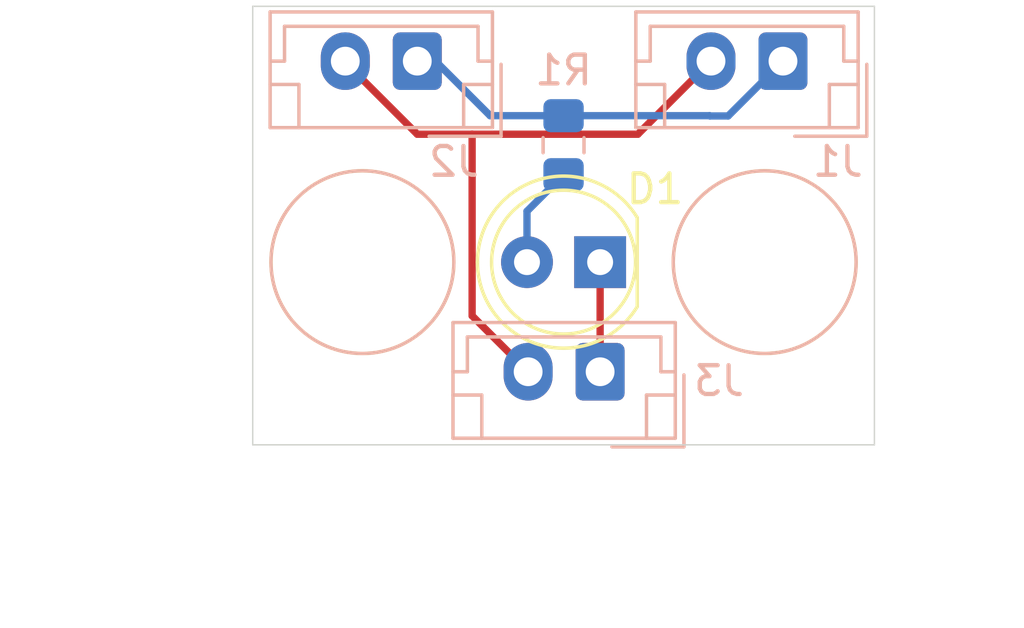
<source format=kicad_pcb>
(kicad_pcb (version 20171130) (host pcbnew "(5.1.5)-3")

  (general
    (thickness 1.6)
    (drawings 9)
    (tracks 18)
    (zones 0)
    (modules 7)
    (nets 5)
  )

  (page A4)
  (layers
    (0 F.Cu signal)
    (31 B.Cu signal)
    (32 B.Adhes user)
    (33 F.Adhes user)
    (34 B.Paste user)
    (35 F.Paste user)
    (36 B.SilkS user)
    (37 F.SilkS user)
    (38 B.Mask user)
    (39 F.Mask user)
    (40 Dwgs.User user)
    (41 Cmts.User user)
    (42 Eco1.User user)
    (43 Eco2.User user)
    (44 Edge.Cuts user)
    (45 Margin user)
    (46 B.CrtYd user)
    (47 F.CrtYd user)
    (48 B.Fab user hide)
    (49 F.Fab user hide)
  )

  (setup
    (last_trace_width 0.254)
    (trace_clearance 0.2032)
    (zone_clearance 0.508)
    (zone_45_only no)
    (trace_min 0.2)
    (via_size 0.762)
    (via_drill 0.381)
    (via_min_size 0.4)
    (via_min_drill 0.3)
    (uvia_size 0.3)
    (uvia_drill 0.1)
    (uvias_allowed no)
    (uvia_min_size 0.2)
    (uvia_min_drill 0.1)
    (edge_width 0.05)
    (segment_width 0.2)
    (pcb_text_width 0.3)
    (pcb_text_size 1.5 1.5)
    (mod_edge_width 0.12)
    (mod_text_size 1 1)
    (mod_text_width 0.15)
    (pad_size 1.524 1.524)
    (pad_drill 0.762)
    (pad_to_mask_clearance 0.051)
    (solder_mask_min_width 0.25)
    (aux_axis_origin 0 0)
    (visible_elements 7FFFFFFF)
    (pcbplotparams
      (layerselection 0x010fc_ffffffff)
      (usegerberextensions false)
      (usegerberattributes false)
      (usegerberadvancedattributes false)
      (creategerberjobfile false)
      (excludeedgelayer true)
      (linewidth 0.100000)
      (plotframeref false)
      (viasonmask false)
      (mode 1)
      (useauxorigin false)
      (hpglpennumber 1)
      (hpglpenspeed 20)
      (hpglpendiameter 15.000000)
      (psnegative false)
      (psa4output false)
      (plotreference true)
      (plotvalue true)
      (plotinvisibletext false)
      (padsonsilk false)
      (subtractmaskfromsilk false)
      (outputformat 1)
      (mirror false)
      (drillshape 0)
      (scaleselection 1)
      (outputdirectory ""))
  )

  (net 0 "")
  (net 1 "Net-(D1-Pad2)")
  (net 2 "Net-(D1-Pad1)")
  (net 3 GND)
  (net 4 +12V)

  (net_class Default "This is the default net class."
    (clearance 0.2032)
    (trace_width 0.254)
    (via_dia 0.762)
    (via_drill 0.381)
    (uvia_dia 0.3)
    (uvia_drill 0.1)
    (add_net +12V)
    (add_net GND)
    (add_net "Net-(D1-Pad1)")
    (add_net "Net-(D1-Pad2)")
  )

  (module LED_THT:LED_D5.0mm (layer F.Cu) (tedit 5995936A) (tstamp 5FFF8445)
    (at 140.335 83.82 180)
    (descr "LED, diameter 5.0mm, 2 pins, http://cdn-reichelt.de/documents/datenblatt/A500/LL-504BC2E-009.pdf")
    (tags "LED diameter 5.0mm 2 pins")
    (path /652A8953)
    (fp_text reference D1 (at -1.905 2.54) (layer F.SilkS)
      (effects (font (size 1 1) (thickness 0.15)))
    )
    (fp_text value LED (at 1.27 3.96) (layer F.Fab)
      (effects (font (size 1 1) (thickness 0.15)))
    )
    (fp_text user %R (at 1.25 0) (layer F.Fab)
      (effects (font (size 0.8 0.8) (thickness 0.2)))
    )
    (fp_line (start 4.5 -3.25) (end -1.95 -3.25) (layer F.CrtYd) (width 0.05))
    (fp_line (start 4.5 3.25) (end 4.5 -3.25) (layer F.CrtYd) (width 0.05))
    (fp_line (start -1.95 3.25) (end 4.5 3.25) (layer F.CrtYd) (width 0.05))
    (fp_line (start -1.95 -3.25) (end -1.95 3.25) (layer F.CrtYd) (width 0.05))
    (fp_line (start -1.29 -1.545) (end -1.29 1.545) (layer F.SilkS) (width 0.12))
    (fp_line (start -1.23 -1.469694) (end -1.23 1.469694) (layer F.Fab) (width 0.1))
    (fp_circle (center 1.27 0) (end 3.77 0) (layer F.SilkS) (width 0.12))
    (fp_circle (center 1.27 0) (end 3.77 0) (layer F.Fab) (width 0.1))
    (fp_arc (start 1.27 0) (end -1.29 1.54483) (angle -148.9) (layer F.SilkS) (width 0.12))
    (fp_arc (start 1.27 0) (end -1.29 -1.54483) (angle 148.9) (layer F.SilkS) (width 0.12))
    (fp_arc (start 1.27 0) (end -1.23 -1.469694) (angle 299.1) (layer F.Fab) (width 0.1))
    (pad 2 thru_hole circle (at 2.54 0 180) (size 1.8 1.8) (drill 0.9) (layers *.Cu *.Mask)
      (net 1 "Net-(D1-Pad2)"))
    (pad 1 thru_hole rect (at 0 0 180) (size 1.8 1.8) (drill 0.9) (layers *.Cu *.Mask)
      (net 2 "Net-(D1-Pad1)"))
    (model ${KISYS3DMOD}/LED_THT.3dshapes/LED_D5.0mm.wrl
      (at (xyz 0 0 0))
      (scale (xyz 1 1 1))
      (rotate (xyz 0 0 0))
    )
  )

  (module Resistor_SMD:R_0805_2012Metric_Pad1.15x1.40mm_HandSolder (layer B.Cu) (tedit 5B36C52B) (tstamp 5FFF84C4)
    (at 139.065 79.756 270)
    (descr "Resistor SMD 0805 (2012 Metric), square (rectangular) end terminal, IPC_7351 nominal with elongated pad for handsoldering. (Body size source: https://docs.google.com/spreadsheets/d/1BsfQQcO9C6DZCsRaXUlFlo91Tg2WpOkGARC1WS5S8t0/edit?usp=sharing), generated with kicad-footprint-generator")
    (tags "resistor handsolder")
    (path /652A8A26)
    (attr smd)
    (fp_text reference R1 (at -2.6035 0 180) (layer B.SilkS)
      (effects (font (size 1 1) (thickness 0.15)) (justify mirror))
    )
    (fp_text value R (at 0 -1.65 90) (layer B.Fab)
      (effects (font (size 1 1) (thickness 0.15)) (justify mirror))
    )
    (fp_text user %R (at 0 0 90) (layer F.Fab)
      (effects (font (size 0.5 0.5) (thickness 0.08)))
    )
    (fp_line (start 1.85 -0.95) (end -1.85 -0.95) (layer B.CrtYd) (width 0.05))
    (fp_line (start 1.85 0.95) (end 1.85 -0.95) (layer B.CrtYd) (width 0.05))
    (fp_line (start -1.85 0.95) (end 1.85 0.95) (layer B.CrtYd) (width 0.05))
    (fp_line (start -1.85 -0.95) (end -1.85 0.95) (layer B.CrtYd) (width 0.05))
    (fp_line (start -0.261252 -0.71) (end 0.261252 -0.71) (layer B.SilkS) (width 0.12))
    (fp_line (start -0.261252 0.71) (end 0.261252 0.71) (layer B.SilkS) (width 0.12))
    (fp_line (start 1 -0.6) (end -1 -0.6) (layer B.Fab) (width 0.1))
    (fp_line (start 1 0.6) (end 1 -0.6) (layer B.Fab) (width 0.1))
    (fp_line (start -1 0.6) (end 1 0.6) (layer B.Fab) (width 0.1))
    (fp_line (start -1 -0.6) (end -1 0.6) (layer B.Fab) (width 0.1))
    (pad 2 smd roundrect (at 1.025 0 270) (size 1.15 1.4) (layers B.Cu B.Paste B.Mask) (roundrect_rratio 0.217391)
      (net 1 "Net-(D1-Pad2)"))
    (pad 1 smd roundrect (at -1.025 0 270) (size 1.15 1.4) (layers B.Cu B.Paste B.Mask) (roundrect_rratio 0.217391)
      (net 4 +12V))
    (model ${KISYS3DMOD}/Resistor_SMD.3dshapes/R_0805_2012Metric.wrl
      (at (xyz 0 0 0))
      (scale (xyz 1 1 1))
      (rotate (xyz 0 0 0))
    )
  )

  (module Connector_JST:JST_EH_B2B-EH-A_1x02_P2.50mm_Vertical (layer B.Cu) (tedit 5C28142C) (tstamp 5FFF84B3)
    (at 140.335 87.63 180)
    (descr "JST EH series connector, B2B-EH-A (http://www.jst-mfg.com/product/pdf/eng/eEH.pdf), generated with kicad-footprint-generator")
    (tags "connector JST EH vertical")
    (path /652A8854)
    (fp_text reference J3 (at -4.1275 -0.3175) (layer B.SilkS)
      (effects (font (size 1 1) (thickness 0.15)) (justify mirror))
    )
    (fp_text value Conn_01x02_Male (at 1.25 -3.4) (layer B.Fab)
      (effects (font (size 1 1) (thickness 0.15)) (justify mirror))
    )
    (fp_text user %R (at 1.25 -1.5) (layer B.Fab)
      (effects (font (size 1 1) (thickness 0.15)) (justify mirror))
    )
    (fp_line (start -2.91 -2.61) (end -0.41 -2.61) (layer B.Fab) (width 0.1))
    (fp_line (start -2.91 -0.11) (end -2.91 -2.61) (layer B.Fab) (width 0.1))
    (fp_line (start -2.91 -2.61) (end -0.41 -2.61) (layer B.SilkS) (width 0.12))
    (fp_line (start -2.91 -0.11) (end -2.91 -2.61) (layer B.SilkS) (width 0.12))
    (fp_line (start 4.11 -0.81) (end 4.11 -2.31) (layer B.SilkS) (width 0.12))
    (fp_line (start 5.11 -0.81) (end 4.11 -0.81) (layer B.SilkS) (width 0.12))
    (fp_line (start -1.61 -0.81) (end -1.61 -2.31) (layer B.SilkS) (width 0.12))
    (fp_line (start -2.61 -0.81) (end -1.61 -0.81) (layer B.SilkS) (width 0.12))
    (fp_line (start 4.61 0) (end 5.11 0) (layer B.SilkS) (width 0.12))
    (fp_line (start 4.61 1.21) (end 4.61 0) (layer B.SilkS) (width 0.12))
    (fp_line (start -2.11 1.21) (end 4.61 1.21) (layer B.SilkS) (width 0.12))
    (fp_line (start -2.11 0) (end -2.11 1.21) (layer B.SilkS) (width 0.12))
    (fp_line (start -2.61 0) (end -2.11 0) (layer B.SilkS) (width 0.12))
    (fp_line (start 5.11 1.71) (end -2.61 1.71) (layer B.SilkS) (width 0.12))
    (fp_line (start 5.11 -2.31) (end 5.11 1.71) (layer B.SilkS) (width 0.12))
    (fp_line (start -2.61 -2.31) (end 5.11 -2.31) (layer B.SilkS) (width 0.12))
    (fp_line (start -2.61 1.71) (end -2.61 -2.31) (layer B.SilkS) (width 0.12))
    (fp_line (start 5.5 2.1) (end -3 2.1) (layer B.CrtYd) (width 0.05))
    (fp_line (start 5.5 -2.7) (end 5.5 2.1) (layer B.CrtYd) (width 0.05))
    (fp_line (start -3 -2.7) (end 5.5 -2.7) (layer B.CrtYd) (width 0.05))
    (fp_line (start -3 2.1) (end -3 -2.7) (layer B.CrtYd) (width 0.05))
    (fp_line (start 5 1.6) (end -2.5 1.6) (layer B.Fab) (width 0.1))
    (fp_line (start 5 -2.2) (end 5 1.6) (layer B.Fab) (width 0.1))
    (fp_line (start -2.5 -2.2) (end 5 -2.2) (layer B.Fab) (width 0.1))
    (fp_line (start -2.5 1.6) (end -2.5 -2.2) (layer B.Fab) (width 0.1))
    (pad 2 thru_hole oval (at 2.5 0 180) (size 1.7 2) (drill 1) (layers *.Cu *.Mask)
      (net 3 GND))
    (pad 1 thru_hole roundrect (at 0 0 180) (size 1.7 2) (drill 1) (layers *.Cu *.Mask) (roundrect_rratio 0.147059)
      (net 2 "Net-(D1-Pad1)"))
    (model ${KISYS3DMOD}/Connector_JST.3dshapes/JST_EH_B2B-EH-A_1x02_P2.50mm_Vertical.wrl
      (at (xyz 0 0 0))
      (scale (xyz 1 1 1))
      (rotate (xyz 0 0 0))
    )
  )

  (module Connector_JST:JST_EH_B2B-EH-A_1x02_P2.50mm_Vertical (layer B.Cu) (tedit 5C28142C) (tstamp 5FFF8493)
    (at 133.985 76.835 180)
    (descr "JST EH series connector, B2B-EH-A (http://www.jst-mfg.com/product/pdf/eng/eEH.pdf), generated with kicad-footprint-generator")
    (tags "connector JST EH vertical")
    (path /652AAB6D)
    (fp_text reference J2 (at -1.27 -3.4925 180) (layer B.SilkS)
      (effects (font (size 1 1) (thickness 0.15)) (justify mirror))
    )
    (fp_text value Conn_01x02_Male (at 1.25 -3.4 180) (layer B.Fab)
      (effects (font (size 1 1) (thickness 0.15)) (justify mirror))
    )
    (fp_text user %R (at 1.25 -1.5 180) (layer B.Fab)
      (effects (font (size 1 1) (thickness 0.15)) (justify mirror))
    )
    (fp_line (start -2.91 -2.61) (end -0.41 -2.61) (layer B.Fab) (width 0.1))
    (fp_line (start -2.91 -0.11) (end -2.91 -2.61) (layer B.Fab) (width 0.1))
    (fp_line (start -2.91 -2.61) (end -0.41 -2.61) (layer B.SilkS) (width 0.12))
    (fp_line (start -2.91 -0.11) (end -2.91 -2.61) (layer B.SilkS) (width 0.12))
    (fp_line (start 4.11 -0.81) (end 4.11 -2.31) (layer B.SilkS) (width 0.12))
    (fp_line (start 5.11 -0.81) (end 4.11 -0.81) (layer B.SilkS) (width 0.12))
    (fp_line (start -1.61 -0.81) (end -1.61 -2.31) (layer B.SilkS) (width 0.12))
    (fp_line (start -2.61 -0.81) (end -1.61 -0.81) (layer B.SilkS) (width 0.12))
    (fp_line (start 4.61 0) (end 5.11 0) (layer B.SilkS) (width 0.12))
    (fp_line (start 4.61 1.21) (end 4.61 0) (layer B.SilkS) (width 0.12))
    (fp_line (start -2.11 1.21) (end 4.61 1.21) (layer B.SilkS) (width 0.12))
    (fp_line (start -2.11 0) (end -2.11 1.21) (layer B.SilkS) (width 0.12))
    (fp_line (start -2.61 0) (end -2.11 0) (layer B.SilkS) (width 0.12))
    (fp_line (start 5.11 1.71) (end -2.61 1.71) (layer B.SilkS) (width 0.12))
    (fp_line (start 5.11 -2.31) (end 5.11 1.71) (layer B.SilkS) (width 0.12))
    (fp_line (start -2.61 -2.31) (end 5.11 -2.31) (layer B.SilkS) (width 0.12))
    (fp_line (start -2.61 1.71) (end -2.61 -2.31) (layer B.SilkS) (width 0.12))
    (fp_line (start 5.5 2.1) (end -3 2.1) (layer B.CrtYd) (width 0.05))
    (fp_line (start 5.5 -2.7) (end 5.5 2.1) (layer B.CrtYd) (width 0.05))
    (fp_line (start -3 -2.7) (end 5.5 -2.7) (layer B.CrtYd) (width 0.05))
    (fp_line (start -3 2.1) (end -3 -2.7) (layer B.CrtYd) (width 0.05))
    (fp_line (start 5 1.6) (end -2.5 1.6) (layer B.Fab) (width 0.1))
    (fp_line (start 5 -2.2) (end 5 1.6) (layer B.Fab) (width 0.1))
    (fp_line (start -2.5 -2.2) (end 5 -2.2) (layer B.Fab) (width 0.1))
    (fp_line (start -2.5 1.6) (end -2.5 -2.2) (layer B.Fab) (width 0.1))
    (pad 2 thru_hole oval (at 2.5 0 180) (size 1.7 2) (drill 1) (layers *.Cu *.Mask)
      (net 3 GND))
    (pad 1 thru_hole roundrect (at 0 0 180) (size 1.7 2) (drill 1) (layers *.Cu *.Mask) (roundrect_rratio 0.147059)
      (net 4 +12V))
    (model ${KISYS3DMOD}/Connector_JST.3dshapes/JST_EH_B2B-EH-A_1x02_P2.50mm_Vertical.wrl
      (at (xyz 0 0 0))
      (scale (xyz 1 1 1))
      (rotate (xyz 0 0 0))
    )
  )

  (module Connector_JST:JST_EH_B2B-EH-A_1x02_P2.50mm_Vertical (layer B.Cu) (tedit 5C28142C) (tstamp 5FFF8473)
    (at 146.685 76.835 180)
    (descr "JST EH series connector, B2B-EH-A (http://www.jst-mfg.com/product/pdf/eng/eEH.pdf), generated with kicad-footprint-generator")
    (tags "connector JST EH vertical")
    (path /652AF8A7)
    (fp_text reference J1 (at -1.905 -3.4925) (layer B.SilkS)
      (effects (font (size 1 1) (thickness 0.15)) (justify mirror))
    )
    (fp_text value Conn_01x02_Male (at 1.25 -3.4) (layer B.Fab)
      (effects (font (size 1 1) (thickness 0.15)) (justify mirror))
    )
    (fp_text user %R (at 1.25 -1.5) (layer B.Fab)
      (effects (font (size 1 1) (thickness 0.15)) (justify mirror))
    )
    (fp_line (start -2.91 -2.61) (end -0.41 -2.61) (layer B.Fab) (width 0.1))
    (fp_line (start -2.91 -0.11) (end -2.91 -2.61) (layer B.Fab) (width 0.1))
    (fp_line (start -2.91 -2.61) (end -0.41 -2.61) (layer B.SilkS) (width 0.12))
    (fp_line (start -2.91 -0.11) (end -2.91 -2.61) (layer B.SilkS) (width 0.12))
    (fp_line (start 4.11 -0.81) (end 4.11 -2.31) (layer B.SilkS) (width 0.12))
    (fp_line (start 5.11 -0.81) (end 4.11 -0.81) (layer B.SilkS) (width 0.12))
    (fp_line (start -1.61 -0.81) (end -1.61 -2.31) (layer B.SilkS) (width 0.12))
    (fp_line (start -2.61 -0.81) (end -1.61 -0.81) (layer B.SilkS) (width 0.12))
    (fp_line (start 4.61 0) (end 5.11 0) (layer B.SilkS) (width 0.12))
    (fp_line (start 4.61 1.21) (end 4.61 0) (layer B.SilkS) (width 0.12))
    (fp_line (start -2.11 1.21) (end 4.61 1.21) (layer B.SilkS) (width 0.12))
    (fp_line (start -2.11 0) (end -2.11 1.21) (layer B.SilkS) (width 0.12))
    (fp_line (start -2.61 0) (end -2.11 0) (layer B.SilkS) (width 0.12))
    (fp_line (start 5.11 1.71) (end -2.61 1.71) (layer B.SilkS) (width 0.12))
    (fp_line (start 5.11 -2.31) (end 5.11 1.71) (layer B.SilkS) (width 0.12))
    (fp_line (start -2.61 -2.31) (end 5.11 -2.31) (layer B.SilkS) (width 0.12))
    (fp_line (start -2.61 1.71) (end -2.61 -2.31) (layer B.SilkS) (width 0.12))
    (fp_line (start 5.5 2.1) (end -3 2.1) (layer B.CrtYd) (width 0.05))
    (fp_line (start 5.5 -2.7) (end 5.5 2.1) (layer B.CrtYd) (width 0.05))
    (fp_line (start -3 -2.7) (end 5.5 -2.7) (layer B.CrtYd) (width 0.05))
    (fp_line (start -3 2.1) (end -3 -2.7) (layer B.CrtYd) (width 0.05))
    (fp_line (start 5 1.6) (end -2.5 1.6) (layer B.Fab) (width 0.1))
    (fp_line (start 5 -2.2) (end 5 1.6) (layer B.Fab) (width 0.1))
    (fp_line (start -2.5 -2.2) (end 5 -2.2) (layer B.Fab) (width 0.1))
    (fp_line (start -2.5 1.6) (end -2.5 -2.2) (layer B.Fab) (width 0.1))
    (pad 2 thru_hole oval (at 2.5 0 180) (size 1.7 2) (drill 1) (layers *.Cu *.Mask)
      (net 3 GND))
    (pad 1 thru_hole roundrect (at 0 0 180) (size 1.7 2) (drill 1) (layers *.Cu *.Mask) (roundrect_rratio 0.147059)
      (net 4 +12V))
    (model ${KISYS3DMOD}/Connector_JST.3dshapes/JST_EH_B2B-EH-A_1x02_P2.50mm_Vertical.wrl
      (at (xyz 0 0 0))
      (scale (xyz 1 1 1))
      (rotate (xyz 0 0 0))
    )
  )

  (module "0MiscParts:MountingHole _1-8_1-4" (layer F.Cu) (tedit 5E4292CA) (tstamp 5FFF8453)
    (at 132.08 83.82 90)
    (path /652AFD35)
    (fp_text reference H2 (at 0 2.032 90) (layer F.Fab)
      (effects (font (size 1 1) (thickness 0.15)))
    )
    (fp_text value MountingHole (at 0 -2.032 90) (layer F.Fab)
      (effects (font (size 1 1) (thickness 0.15)))
    )
    (fp_circle (center 0 0) (end 3.175 0) (layer B.SilkS) (width 0.12))
    (fp_circle (center 0 0) (end 3.175 0) (layer F.SilkS) (width 0.12))
    (pad "" np_thru_hole circle (at 0 0 90) (size 3.175 3.175) (drill 3.175) (layers *.Cu *.Mask))
  )

  (module "0MiscParts:MountingHole _1-8_1-4" (layer F.Cu) (tedit 5E4292CA) (tstamp 5FFF844C)
    (at 146.05 83.82)
    (path /652AF976)
    (fp_text reference H1 (at 0 2.032) (layer F.Fab)
      (effects (font (size 1 1) (thickness 0.15)))
    )
    (fp_text value MountingHole (at 0 -2.032) (layer F.Fab)
      (effects (font (size 1 1) (thickness 0.15)))
    )
    (fp_circle (center 0 0) (end 3.175 0) (layer B.SilkS) (width 0.12))
    (fp_circle (center 0 0) (end 3.175 0) (layer F.SilkS) (width 0.12))
    (pad "" np_thru_hole circle (at 0 0) (size 3.175 3.175) (drill 3.175) (layers *.Cu *.Mask))
  )

  (dimension 6.35 (width 0.15) (layer Dwgs.User)
    (gr_text "0.2500 in" (at 123.16 86.995 90) (layer Dwgs.User)
      (effects (font (size 1 1) (thickness 0.15)))
    )
    (feature1 (pts (xy 128.27 83.82) (xy 123.873579 83.82)))
    (feature2 (pts (xy 128.27 90.17) (xy 123.873579 90.17)))
    (crossbar (pts (xy 124.46 90.17) (xy 124.46 83.82)))
    (arrow1a (pts (xy 124.46 83.82) (xy 125.046421 84.946504)))
    (arrow1b (pts (xy 124.46 83.82) (xy 123.873579 84.946504)))
    (arrow2a (pts (xy 124.46 90.17) (xy 125.046421 89.043496)))
    (arrow2b (pts (xy 124.46 90.17) (xy 123.873579 89.043496)))
  )
  (dimension 13.97 (width 0.15) (layer Dwgs.User)
    (gr_text "0.5500 in" (at 139.065 94.01) (layer Dwgs.User)
      (effects (font (size 1 1) (thickness 0.15)))
    )
    (feature1 (pts (xy 146.05 90.17) (xy 146.05 93.296421)))
    (feature2 (pts (xy 132.08 90.17) (xy 132.08 93.296421)))
    (crossbar (pts (xy 132.08 92.71) (xy 146.05 92.71)))
    (arrow1a (pts (xy 146.05 92.71) (xy 144.923496 93.296421)))
    (arrow1b (pts (xy 146.05 92.71) (xy 144.923496 92.123579)))
    (arrow2a (pts (xy 132.08 92.71) (xy 133.206504 93.296421)))
    (arrow2b (pts (xy 132.08 92.71) (xy 133.206504 92.123579)))
  )
  (dimension 15.24 (width 0.15) (layer Dwgs.User)
    (gr_text "0.6000 in" (at 153.7 82.55 90) (layer Dwgs.User)
      (effects (font (size 1 1) (thickness 0.15)))
    )
    (feature1 (pts (xy 149.86 74.93) (xy 152.986421 74.93)))
    (feature2 (pts (xy 149.86 90.17) (xy 152.986421 90.17)))
    (crossbar (pts (xy 152.4 90.17) (xy 152.4 74.93)))
    (arrow1a (pts (xy 152.4 74.93) (xy 152.986421 76.056504)))
    (arrow1b (pts (xy 152.4 74.93) (xy 151.813579 76.056504)))
    (arrow2a (pts (xy 152.4 90.17) (xy 152.986421 89.043496)))
    (arrow2b (pts (xy 152.4 90.17) (xy 151.813579 89.043496)))
  )
  (dimension 21.59 (width 0.15) (layer Dwgs.User)
    (gr_text "0.8500 in" (at 139.065 97.185) (layer Dwgs.User)
      (effects (font (size 1 1) (thickness 0.15)))
    )
    (feature1 (pts (xy 149.86 90.17) (xy 149.86 96.471421)))
    (feature2 (pts (xy 128.27 90.17) (xy 128.27 96.471421)))
    (crossbar (pts (xy 128.27 95.885) (xy 149.86 95.885)))
    (arrow1a (pts (xy 149.86 95.885) (xy 148.733496 96.471421)))
    (arrow1b (pts (xy 149.86 95.885) (xy 148.733496 95.298579)))
    (arrow2a (pts (xy 128.27 95.885) (xy 129.396504 96.471421)))
    (arrow2b (pts (xy 128.27 95.885) (xy 129.396504 95.298579)))
  )
  (gr_line (start 139.065 74.93) (end 139.065 90.17) (layer Dwgs.User) (width 0.15))
  (gr_line (start 149.86 90.17) (end 128.27 90.17) (layer Edge.Cuts) (width 0.05) (tstamp 5FFF8C40))
  (gr_line (start 149.86 74.93) (end 149.86 90.17) (layer Edge.Cuts) (width 0.05))
  (gr_line (start 128.27 74.93) (end 149.86 74.93) (layer Edge.Cuts) (width 0.05))
  (gr_line (start 128.27 90.17) (end 128.27 74.93) (layer Edge.Cuts) (width 0.05))

  (segment (start 137.795 82.051) (end 139.065 80.781) (width 0.254) (layer B.Cu) (net 1))
  (segment (start 137.795 83.82) (end 137.795 82.051) (width 0.254) (layer B.Cu) (net 1))
  (segment (start 140.335 87.63) (end 140.335 83.82) (width 0.254) (layer F.Cu) (net 2))
  (segment (start 131.485 76.835) (end 131.485 76.795) (width 0.254) (layer B.Cu) (net 3))
  (segment (start 131.485 76.835) (end 131.485 76.875) (width 0.254) (layer F.Cu) (net 3))
  (segment (start 131.485 76.875) (end 133.985 79.375) (width 0.254) (layer F.Cu) (net 3))
  (segment (start 141.645 79.375) (end 144.185 76.835) (width 0.254) (layer F.Cu) (net 3))
  (segment (start 135.89 79.375) (end 141.645 79.375) (width 0.254) (layer F.Cu) (net 3))
  (segment (start 133.985 79.375) (end 135.89 79.375) (width 0.254) (layer F.Cu) (net 3))
  (segment (start 135.89 85.685) (end 137.835 87.63) (width 0.254) (layer F.Cu) (net 3))
  (segment (start 135.89 79.375) (end 135.89 85.685) (width 0.254) (layer F.Cu) (net 3))
  (segment (start 133.985 76.835) (end 134.62 76.835) (width 0.254) (layer B.Cu) (net 4))
  (segment (start 136.516 78.731) (end 139.065 78.731) (width 0.254) (layer B.Cu) (net 4))
  (segment (start 134.62 76.835) (end 136.516 78.731) (width 0.254) (layer B.Cu) (net 4))
  (segment (start 139.065 78.731) (end 144.136 78.731) (width 0.254) (layer B.Cu) (net 4))
  (segment (start 144.136 78.731) (end 144.145 78.74) (width 0.254) (layer B.Cu) (net 4))
  (segment (start 144.78 78.74) (end 146.685 76.835) (width 0.254) (layer B.Cu) (net 4))
  (segment (start 144.145 78.74) (end 144.78 78.74) (width 0.254) (layer B.Cu) (net 4))

)

</source>
